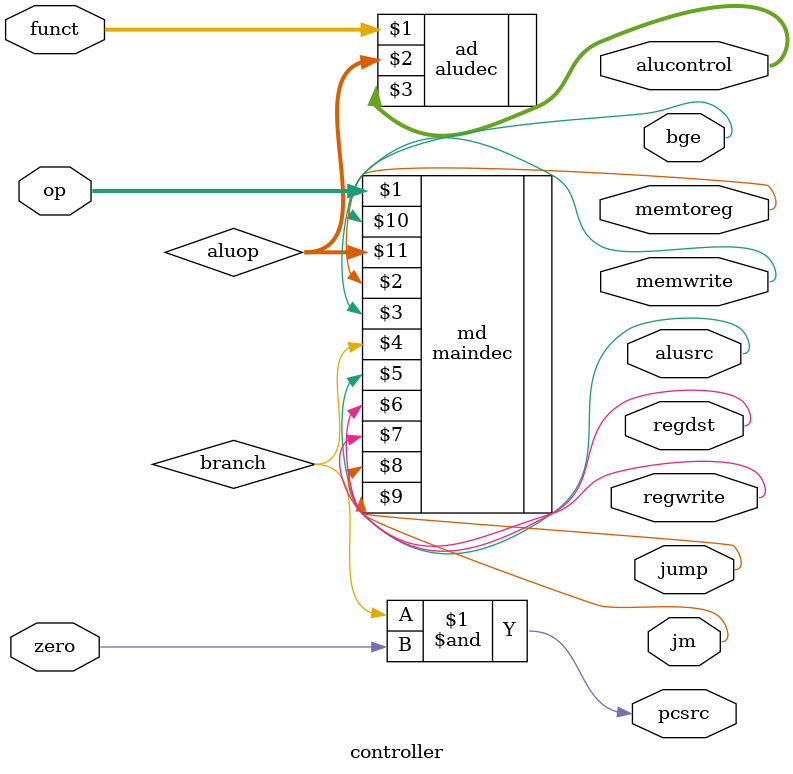
<source format=sv>
`timescale 1ns / 1ps

module controller(input  logic[5:0] op, funct,
                  input  logic     zero,
                  output logic     memtoreg, memwrite,
                  output logic     pcsrc, alusrc,
                  output logic     regdst, regwrite,
                  output logic     jump,jm,bge,
                  output logic[2:0] alucontrol);

   logic [1:0] aluop;
   logic       branch;

   maindec md (op, memtoreg, memwrite, branch, alusrc, regdst, regwrite, 
		 jump,jm,bge, aluop);

   aludec  ad (funct, aluop, alucontrol);

   assign pcsrc = branch & zero;

endmodule
</source>
